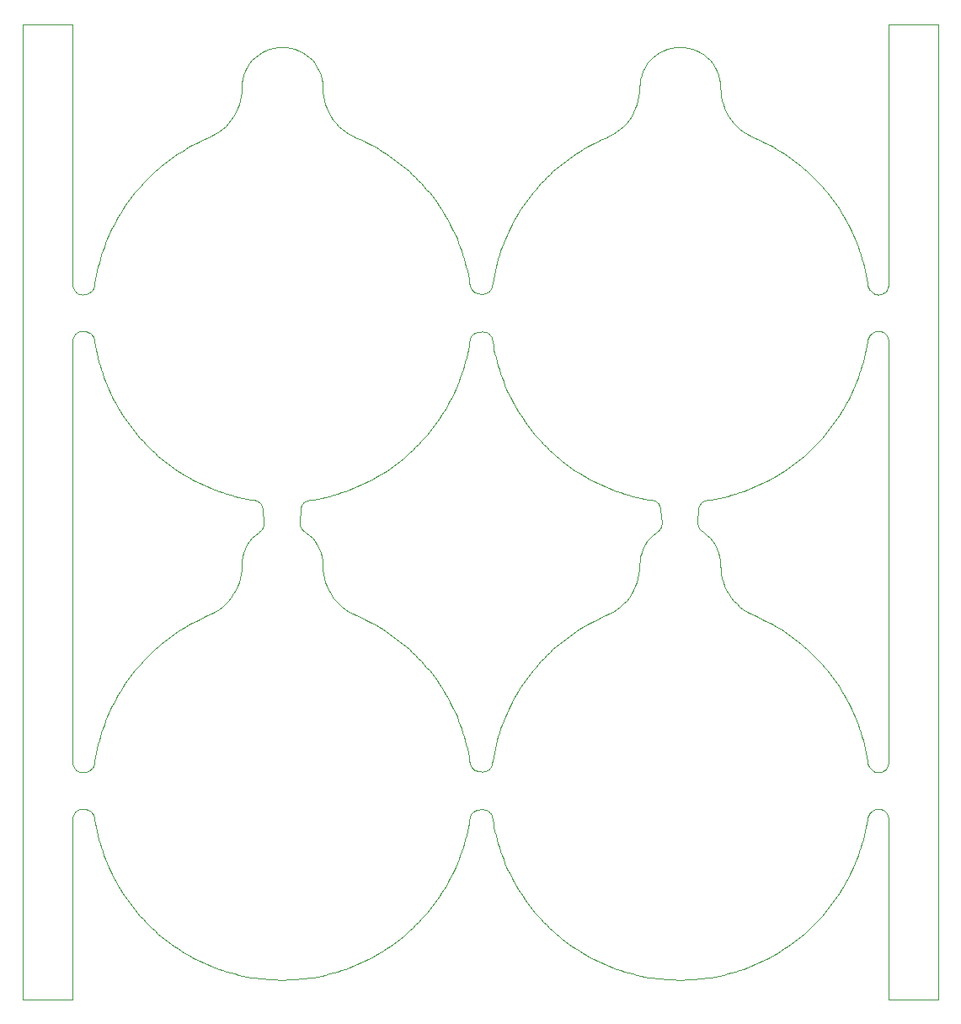
<source format=gko>
%MOIN*%
%OFA0B0*%
%FSLAX44Y44*%
%IPPOS*%
%LPD*%
%ADD10C,0*%
D10*
X00034645Y00009774D02*
X00034645Y00009774D01*
X00034642Y00009727D01*
X00034634Y00009680D01*
X00034619Y00009634D01*
X00034599Y00009590D01*
X00034575Y00009549D01*
X00034545Y00009512D01*
X00034511Y00009478D01*
X00034473Y00009449D01*
X00034432Y00009424D01*
X00034388Y00009405D01*
X00034342Y00009391D01*
X00034295Y00009383D01*
X00034247Y00009381D01*
X00034199Y00009384D01*
X00034152Y00009393D01*
X00034107Y00009408D01*
X00034064Y00009429D01*
X00034023Y00009454D01*
X00033986Y00009484D01*
X00033952Y00009518D01*
X00033915Y00009562D01*
X00033908Y00009571D01*
X00033901Y00009580D01*
X00033894Y00009589D01*
X00033888Y00009598D01*
X00033882Y00009607D01*
X00033876Y00009616D01*
X00033870Y00009626D01*
X00033865Y00009636D01*
X00033860Y00009646D01*
X00033855Y00009656D01*
X00033851Y00009666D01*
X00033847Y00009676D01*
X00033843Y00009687D01*
X00033839Y00009697D01*
X00033836Y00009708D01*
X00033833Y00009718D01*
X00033830Y00009729D01*
X00033828Y00009740D01*
X00033826Y00009751D01*
X00033824Y00009762D01*
X00033813Y00009839D01*
X00033786Y00010002D01*
X00033755Y00010164D01*
X00033720Y00010325D01*
X00033683Y00010486D01*
X00033641Y00010646D01*
X00033596Y00010805D01*
X00033548Y00010962D01*
X00033496Y00011119D01*
X00033440Y00011274D01*
X00033382Y00011429D01*
X00033320Y00011581D01*
X00033254Y00011733D01*
X00033185Y00011883D01*
X00033113Y00012031D01*
X00033038Y00012178D01*
X00032960Y00012323D01*
X00032878Y00012467D01*
X00032793Y00012608D01*
X00032705Y00012748D01*
X00032614Y00012886D01*
X00032520Y00013021D01*
X00032424Y00013155D01*
X00032324Y00013286D01*
X00032221Y00013415D01*
X00032116Y00013542D01*
X00032007Y00013667D01*
X00031896Y00013789D01*
X00031783Y00013909D01*
X00031666Y00014026D01*
X00031548Y00014140D01*
X00031426Y00014252D01*
X00031303Y00014361D01*
X00031177Y00014468D01*
X00031048Y00014572D01*
X00030918Y00014672D01*
X00030785Y00014770D01*
X00030650Y00014865D01*
X00030513Y00014957D01*
X00030374Y00015046D01*
X00030233Y00015132D01*
X00030090Y00015215D01*
X00029946Y00015294D01*
X00029800Y00015371D01*
X00029652Y00015444D01*
X00029502Y00015514D01*
X00029351Y00015581D01*
X00029351Y00015581D01*
X00029195Y00015650D01*
X00029045Y00015732D01*
X00028902Y00015826D01*
X00028767Y00015930D01*
X00028640Y00016045D01*
X00028524Y00016170D01*
X00028417Y00016303D01*
X00028321Y00016445D01*
X00028237Y00016593D01*
X00028164Y00016748D01*
X00028105Y00016908D01*
X00028058Y00017073D01*
X00028024Y00017240D01*
X00028004Y00017410D01*
X00027997Y00017581D01*
X00027988Y00017748D01*
X00027962Y00017913D01*
X00027919Y00018075D01*
X00027859Y00018231D01*
X00027783Y00018381D01*
X00027692Y00018521D01*
X00027586Y00018651D01*
X00027468Y00018770D01*
X00027338Y00018875D01*
X00027274Y00018916D01*
X00027257Y00018928D01*
X00027241Y00018940D01*
X00027225Y00018954D01*
X00027210Y00018968D01*
X00027196Y00018983D01*
X00027183Y00018998D01*
X00027170Y00019015D01*
X00027159Y00019032D01*
X00027148Y00019049D01*
X00027138Y00019067D01*
X00027129Y00019086D01*
X00027121Y00019105D01*
X00027114Y00019124D01*
X00027109Y00019144D01*
X00027104Y00019164D01*
X00027100Y00019184D01*
X00027097Y00019205D01*
X00027096Y00019225D01*
X00027095Y00019246D01*
X00027096Y00019267D01*
X00027122Y00019779D01*
X00027125Y00019806D01*
X00027129Y00019833D01*
X00027135Y00019860D01*
X00027143Y00019886D01*
X00027152Y00019911D01*
X00027164Y00019936D01*
X00027177Y00019960D01*
X00027192Y00019983D01*
X00027208Y00020005D01*
X00027226Y00020025D01*
X00027245Y00020045D01*
X00027266Y00020063D01*
X00027287Y00020079D01*
X00027310Y00020094D01*
X00027334Y00020108D01*
X00027359Y00020120D01*
X00027384Y00020130D01*
X00027410Y00020138D01*
X00027437Y00020144D01*
X00027464Y00020149D01*
X00027464Y00020149D01*
X00027466Y00020149D01*
X00027629Y00020174D01*
X00027792Y00020203D01*
X00027953Y00020236D01*
X00028114Y00020272D01*
X00028275Y00020311D01*
X00028434Y00020354D01*
X00028592Y00020401D01*
X00028749Y00020451D01*
X00028906Y00020504D01*
X00029060Y00020561D01*
X00029214Y00020621D01*
X00029366Y00020685D01*
X00029517Y00020752D01*
X00029666Y00020822D01*
X00029814Y00020895D01*
X00029960Y00020972D01*
X00030105Y00021052D01*
X00030247Y00021135D01*
X00030388Y00021221D01*
X00030527Y00021311D01*
X00030664Y00021403D01*
X00030798Y00021498D01*
X00030931Y00021596D01*
X00031061Y00021698D01*
X00031189Y00021801D01*
X00031315Y00021908D01*
X00031439Y00022018D01*
X00031560Y00022130D01*
X00031678Y00022245D01*
X00031794Y00022362D01*
X00031908Y00022482D01*
X00032018Y00022604D01*
X00032126Y00022729D01*
X00032231Y00022856D01*
X00032334Y00022986D01*
X00032433Y00023117D01*
X00032530Y00023251D01*
X00032624Y00023387D01*
X00032714Y00023525D01*
X00032802Y00023665D01*
X00032886Y00023806D01*
X00032968Y00023950D01*
X00033046Y00024095D01*
X00033121Y00024242D01*
X00033192Y00024391D01*
X00033261Y00024541D01*
X00033326Y00024693D01*
X00033388Y00024846D01*
X00033446Y00025000D01*
X00033501Y00025155D01*
X00033553Y00025312D01*
X00033601Y00025470D01*
X00033645Y00025629D01*
X00033686Y00025789D01*
X00033724Y00025949D01*
X00033758Y00026111D01*
X00033789Y00026273D01*
X00033815Y00026436D01*
X00033819Y00026460D01*
X00033821Y00026472D01*
X00033823Y00026485D01*
X00033826Y00026498D01*
X00033830Y00026511D01*
X00033833Y00026523D01*
X00033838Y00026536D01*
X00033842Y00026548D01*
X00033847Y00026560D01*
X00033853Y00026572D01*
X00033858Y00026584D01*
X00033864Y00026595D01*
X00033871Y00026607D01*
X00033878Y00026618D01*
X00033885Y00026629D01*
X00033893Y00026639D01*
X00033901Y00026650D01*
X00033909Y00026660D01*
X00033918Y00026669D01*
X00033927Y00026679D01*
X00033936Y00026688D01*
X00033979Y00026729D01*
X00034014Y00026759D01*
X00034052Y00026785D01*
X00034093Y00026805D01*
X00034136Y00026821D01*
X00034181Y00026832D01*
X00034226Y00026838D01*
X00034272Y00026838D01*
X00034318Y00026833D01*
X00034363Y00026823D01*
X00034406Y00026807D01*
X00034447Y00026787D01*
X00034486Y00026762D01*
X00034521Y00026732D01*
X00034552Y00026699D01*
X00034580Y00026662D01*
X00034603Y00026622D01*
X00034621Y00026580D01*
X00034634Y00026536D01*
X00034642Y00026491D01*
X00034645Y00026445D01*
X00034645Y00009774D01*
X00018071Y00026460D02*
X00018071Y00026460D01*
X00018075Y00026485D01*
X00018081Y00026510D01*
X00018089Y00026534D01*
X00018098Y00026558D01*
X00018109Y00026581D01*
X00018122Y00026604D01*
X00018135Y00026626D01*
X00018150Y00026646D01*
X00018167Y00026666D01*
X00018185Y00026685D01*
X00018203Y00026702D01*
X00018223Y00026718D01*
X00018244Y00026733D01*
X00018266Y00026746D01*
X00018289Y00026758D01*
X00018313Y00026769D01*
X00018337Y00026778D01*
X00018361Y00026785D01*
X00018386Y00026791D01*
X00018412Y00026795D01*
X00018535Y00026810D01*
X00018565Y00026813D01*
X00018596Y00026813D01*
X00018626Y00026811D01*
X00018656Y00026806D01*
X00018686Y00026799D01*
X00018715Y00026790D01*
X00018744Y00026779D01*
X00018771Y00026765D01*
X00018797Y00026750D01*
X00018822Y00026732D01*
X00018846Y00026713D01*
X00018868Y00026691D01*
X00018888Y00026669D01*
X00018907Y00026644D01*
X00018923Y00026618D01*
X00018938Y00026591D01*
X00018950Y00026563D01*
X00018960Y00026535D01*
X00018968Y00026505D01*
X00018973Y00026475D01*
X00018979Y00026436D01*
X00019006Y00026273D01*
X00019036Y00026111D01*
X00019070Y00025949D01*
X00019108Y00025789D01*
X00019149Y00025629D01*
X00019194Y00025470D01*
X00019242Y00025312D01*
X00019293Y00025156D01*
X00019348Y00025000D01*
X00019406Y00024846D01*
X00019468Y00024693D01*
X00019533Y00024541D01*
X00019602Y00024391D01*
X00019673Y00024242D01*
X00019748Y00024095D01*
X00019827Y00023950D01*
X00019908Y00023806D01*
X00019992Y00023665D01*
X00020080Y00023525D01*
X00020171Y00023387D01*
X00020264Y00023251D01*
X00020361Y00023117D01*
X00020460Y00022986D01*
X00020563Y00022856D01*
X00020668Y00022729D01*
X00020776Y00022604D01*
X00020887Y00022482D01*
X00021000Y00022362D01*
X00021116Y00022245D01*
X00021235Y00022130D01*
X00021356Y00022018D01*
X00021479Y00021908D01*
X00021605Y00021801D01*
X00021733Y00021698D01*
X00021863Y00021596D01*
X00021996Y00021498D01*
X00022131Y00021403D01*
X00022268Y00021311D01*
X00022406Y00021221D01*
X00022547Y00021135D01*
X00022690Y00021052D01*
X00022834Y00020972D01*
X00022980Y00020895D01*
X00023128Y00020822D01*
X00023277Y00020752D01*
X00023428Y00020685D01*
X00023580Y00020621D01*
X00023734Y00020561D01*
X00023889Y00020504D01*
X00024045Y00020451D01*
X00024202Y00020401D01*
X00024360Y00020354D01*
X00024520Y00020311D01*
X00024680Y00020272D01*
X00024841Y00020236D01*
X00025003Y00020203D01*
X00025165Y00020174D01*
X00025294Y00020154D01*
X00025320Y00020149D01*
X00025345Y00020143D01*
X00025370Y00020135D01*
X00025394Y00020125D01*
X00025417Y00020113D01*
X00025440Y00020100D01*
X00025462Y00020086D01*
X00025483Y00020070D01*
X00025502Y00020053D01*
X00025521Y00020034D01*
X00025538Y00020015D01*
X00025554Y00019994D01*
X00025569Y00019972D01*
X00025582Y00019949D01*
X00025593Y00019926D01*
X00025603Y00019901D01*
X00025611Y00019877D01*
X00025618Y00019851D01*
X00025623Y00019826D01*
X00025626Y00019800D01*
X00025673Y00019264D01*
X00025674Y00019243D01*
X00025674Y00019222D01*
X00025673Y00019200D01*
X00025671Y00019179D01*
X00025667Y00019158D01*
X00025663Y00019137D01*
X00025657Y00019117D01*
X00025651Y00019097D01*
X00025643Y00019077D01*
X00025634Y00019057D01*
X00025624Y00019038D01*
X00025614Y00019020D01*
X00025602Y00019002D01*
X00025589Y00018985D01*
X00025575Y00018969D01*
X00025561Y00018954D01*
X00025545Y00018939D01*
X00025529Y00018925D01*
X00025512Y00018912D01*
X00025495Y00018900D01*
X00025457Y00018875D01*
X00025327Y00018770D01*
X00025208Y00018651D01*
X00025103Y00018521D01*
X00025011Y00018381D01*
X00024935Y00018231D01*
X00024875Y00018075D01*
X00024832Y00017913D01*
X00024806Y00017748D01*
X00024797Y00017581D01*
X00024790Y00017410D01*
X00024770Y00017240D01*
X00024736Y00017073D01*
X00024690Y00016908D01*
X00024630Y00016748D01*
X00024558Y00016593D01*
X00024473Y00016445D01*
X00024377Y00016303D01*
X00024271Y00016170D01*
X00024154Y00016045D01*
X00024027Y00015930D01*
X00023892Y00015826D01*
X00023749Y00015732D01*
X00023599Y00015650D01*
X00023443Y00015581D01*
X00023292Y00015514D01*
X00023143Y00015444D01*
X00022995Y00015371D01*
X00022848Y00015295D01*
X00022704Y00015215D01*
X00022561Y00015132D01*
X00022420Y00015046D01*
X00022281Y00014957D01*
X00022144Y00014865D01*
X00022009Y00014770D01*
X00021877Y00014672D01*
X00021746Y00014572D01*
X00021618Y00014468D01*
X00021492Y00014361D01*
X00021368Y00014252D01*
X00021247Y00014140D01*
X00021128Y00014026D01*
X00021012Y00013909D01*
X00020898Y00013789D01*
X00020787Y00013667D01*
X00020679Y00013542D01*
X00020573Y00013415D01*
X00020471Y00013286D01*
X00020371Y00013155D01*
X00020274Y00013021D01*
X00020180Y00012886D01*
X00020089Y00012748D01*
X00020001Y00012608D01*
X00019916Y00012467D01*
X00019835Y00012323D01*
X00019756Y00012178D01*
X00019681Y00012031D01*
X00019609Y00011883D01*
X00019540Y00011733D01*
X00019475Y00011581D01*
X00019413Y00011429D01*
X00019354Y00011274D01*
X00019298Y00011119D01*
X00019247Y00010962D01*
X00019198Y00010805D01*
X00019153Y00010646D01*
X00019112Y00010486D01*
X00019074Y00010326D01*
X00019039Y00010164D01*
X00019009Y00010002D01*
X00018981Y00009839D01*
X00018968Y00009747D01*
X00018962Y00009717D01*
X00018954Y00009687D01*
X00018944Y00009658D01*
X00018932Y00009630D01*
X00018917Y00009603D01*
X00018901Y00009577D01*
X00018882Y00009553D01*
X00018861Y00009530D01*
X00018839Y00009509D01*
X00018815Y00009489D01*
X00018790Y00009472D01*
X00018764Y00009456D01*
X00018736Y00009443D01*
X00018707Y00009431D01*
X00018678Y00009422D01*
X00018648Y00009416D01*
X00018618Y00009412D01*
X00018587Y00009410D01*
X00018556Y00009410D01*
X00018526Y00009413D01*
X00018413Y00009428D01*
X00018388Y00009433D01*
X00018363Y00009438D01*
X00018339Y00009446D01*
X00018315Y00009455D01*
X00018292Y00009465D01*
X00018270Y00009477D01*
X00018248Y00009491D01*
X00018227Y00009505D01*
X00018207Y00009521D01*
X00018189Y00009539D01*
X00018171Y00009557D01*
X00018155Y00009577D01*
X00018140Y00009597D01*
X00018126Y00009619D01*
X00018114Y00009641D01*
X00018104Y00009664D01*
X00018094Y00009688D01*
X00018087Y00009712D01*
X00018081Y00009737D01*
X00018076Y00009762D01*
X00018065Y00009839D01*
X00018038Y00010002D01*
X00018007Y00010164D01*
X00017972Y00010325D01*
X00017934Y00010486D01*
X00017893Y00010646D01*
X00017848Y00010805D01*
X00017800Y00010962D01*
X00017748Y00011119D01*
X00017692Y00011274D01*
X00017634Y00011429D01*
X00017572Y00011581D01*
X00017506Y00011733D01*
X00017437Y00011883D01*
X00017365Y00012031D01*
X00017290Y00012178D01*
X00017212Y00012323D01*
X00017130Y00012467D01*
X00017045Y00012608D01*
X00016957Y00012748D01*
X00016866Y00012886D01*
X00016772Y00013021D01*
X00016675Y00013155D01*
X00016576Y00013286D01*
X00016473Y00013415D01*
X00016368Y00013542D01*
X00016259Y00013667D01*
X00016148Y00013789D01*
X00016035Y00013909D01*
X00015918Y00014026D01*
X00015800Y00014140D01*
X00015678Y00014252D01*
X00015555Y00014361D01*
X00015429Y00014468D01*
X00015300Y00014572D01*
X00015170Y00014672D01*
X00015037Y00014770D01*
X00014902Y00014865D01*
X00014765Y00014957D01*
X00014626Y00015046D01*
X00014485Y00015132D01*
X00014342Y00015215D01*
X00014198Y00015294D01*
X00014052Y00015371D01*
X00013904Y00015444D01*
X00013754Y00015514D01*
X00013603Y00015581D01*
X00013603Y00015581D01*
X00013447Y00015650D01*
X00013297Y00015732D01*
X00013154Y00015826D01*
X00013019Y00015930D01*
X00012892Y00016045D01*
X00012775Y00016170D01*
X00012669Y00016303D01*
X00012573Y00016445D01*
X00012489Y00016593D01*
X00012416Y00016748D01*
X00012357Y00016908D01*
X00012310Y00017073D01*
X00012276Y00017240D01*
X00012256Y00017410D01*
X00012249Y00017581D01*
X00012240Y00017748D01*
X00012214Y00017913D01*
X00012171Y00018075D01*
X00012111Y00018231D01*
X00012035Y00018381D01*
X00011944Y00018521D01*
X00011838Y00018651D01*
X00011720Y00018770D01*
X00011590Y00018875D01*
X00011526Y00018916D01*
X00011509Y00018928D01*
X00011493Y00018940D01*
X00011477Y00018954D01*
X00011462Y00018968D01*
X00011448Y00018983D01*
X00011435Y00018998D01*
X00011422Y00019015D01*
X00011411Y00019032D01*
X00011400Y00019049D01*
X00011390Y00019067D01*
X00011381Y00019086D01*
X00011373Y00019105D01*
X00011366Y00019124D01*
X00011361Y00019144D01*
X00011356Y00019164D01*
X00011352Y00019184D01*
X00011349Y00019205D01*
X00011348Y00019225D01*
X00011347Y00019246D01*
X00011348Y00019267D01*
X00011374Y00019779D01*
X00011376Y00019806D01*
X00011381Y00019833D01*
X00011387Y00019860D01*
X00011395Y00019886D01*
X00011404Y00019911D01*
X00011416Y00019936D01*
X00011429Y00019960D01*
X00011444Y00019983D01*
X00011460Y00020005D01*
X00011478Y00020025D01*
X00011497Y00020045D01*
X00011518Y00020063D01*
X00011539Y00020079D01*
X00011562Y00020094D01*
X00011586Y00020108D01*
X00011611Y00020120D01*
X00011636Y00020130D01*
X00011662Y00020138D01*
X00011689Y00020144D01*
X00011716Y00020149D01*
X00011718Y00020149D01*
X00011881Y00020174D01*
X00012044Y00020203D01*
X00012205Y00020236D01*
X00012366Y00020272D01*
X00012527Y00020311D01*
X00012686Y00020354D01*
X00012844Y00020401D01*
X00013001Y00020451D01*
X00013158Y00020504D01*
X00013312Y00020561D01*
X00013466Y00020621D01*
X00013618Y00020685D01*
X00013769Y00020752D01*
X00013918Y00020822D01*
X00014066Y00020895D01*
X00014212Y00020972D01*
X00014357Y00021052D01*
X00014499Y00021135D01*
X00014640Y00021221D01*
X00014779Y00021311D01*
X00014915Y00021403D01*
X00015050Y00021498D01*
X00015183Y00021596D01*
X00015313Y00021698D01*
X00015441Y00021801D01*
X00015567Y00021908D01*
X00015691Y00022018D01*
X00015812Y00022130D01*
X00015930Y00022245D01*
X00016046Y00022362D01*
X00016159Y00022482D01*
X00016270Y00022604D01*
X00016378Y00022729D01*
X00016483Y00022856D01*
X00016586Y00022986D01*
X00016685Y00023117D01*
X00016782Y00023251D01*
X00016876Y00023387D01*
X00016966Y00023525D01*
X00017054Y00023665D01*
X00017138Y00023806D01*
X00017220Y00023950D01*
X00017298Y00024095D01*
X00017373Y00024242D01*
X00017444Y00024391D01*
X00017513Y00024541D01*
X00017578Y00024693D01*
X00017640Y00024846D01*
X00017698Y00025000D01*
X00017753Y00025155D01*
X00017805Y00025312D01*
X00017853Y00025470D01*
X00017897Y00025629D01*
X00017938Y00025789D01*
X00017976Y00025949D01*
X00018010Y00026111D01*
X00018041Y00026273D01*
X00018067Y00026436D01*
X00018071Y00026460D01*
X00018968Y00028644D02*
X00018968Y00028644D01*
X00018962Y00028614D01*
X00018954Y00028585D01*
X00018944Y00028556D01*
X00018932Y00028528D01*
X00018917Y00028501D01*
X00018901Y00028475D01*
X00018882Y00028450D01*
X00018861Y00028427D01*
X00018839Y00028406D01*
X00018815Y00028387D01*
X00018790Y00028369D01*
X00018764Y00028354D01*
X00018736Y00028340D01*
X00018707Y00028329D01*
X00018678Y00028320D01*
X00018648Y00028314D01*
X00018618Y00028309D01*
X00018587Y00028307D01*
X00018556Y00028308D01*
X00018526Y00028311D01*
X00018413Y00028326D01*
X00018388Y00028330D01*
X00018363Y00028336D01*
X00018339Y00028343D01*
X00018315Y00028352D01*
X00018292Y00028363D01*
X00018270Y00028375D01*
X00018248Y00028388D01*
X00018227Y00028403D01*
X00018207Y00028419D01*
X00018189Y00028436D01*
X00018171Y00028455D01*
X00018155Y00028474D01*
X00018140Y00028495D01*
X00018126Y00028516D01*
X00018114Y00028539D01*
X00018104Y00028562D01*
X00018094Y00028586D01*
X00018087Y00028610D01*
X00018081Y00028635D01*
X00018076Y00028660D01*
X00018065Y00028737D01*
X00018038Y00028900D01*
X00018007Y00029062D01*
X00017972Y00029223D01*
X00017934Y00029384D01*
X00017893Y00029543D01*
X00017848Y00029702D01*
X00017800Y00029860D01*
X00017748Y00030017D01*
X00017692Y00030172D01*
X00017634Y00030326D01*
X00017572Y00030479D01*
X00017506Y00030631D01*
X00017437Y00030781D01*
X00017365Y00030929D01*
X00017290Y00031076D01*
X00017212Y00031221D01*
X00017130Y00031364D01*
X00017045Y00031506D01*
X00016957Y00031646D01*
X00016866Y00031783D01*
X00016772Y00031919D01*
X00016675Y00032053D01*
X00016576Y00032184D01*
X00016473Y00032313D01*
X00016368Y00032440D01*
X00016259Y00032564D01*
X00016148Y00032687D01*
X00016035Y00032806D01*
X00015918Y00032923D01*
X00015800Y00033038D01*
X00015678Y00033150D01*
X00015555Y00033259D01*
X00015429Y00033366D01*
X00015300Y00033469D01*
X00015170Y00033570D01*
X00015037Y00033668D01*
X00014902Y00033763D01*
X00014765Y00033855D01*
X00014626Y00033944D01*
X00014485Y00034030D01*
X00014342Y00034113D01*
X00014198Y00034192D01*
X00014052Y00034269D01*
X00013904Y00034342D01*
X00013754Y00034412D01*
X00013603Y00034478D01*
X00013603Y00034478D01*
X00013447Y00034548D01*
X00013297Y00034630D01*
X00013154Y00034723D01*
X00013019Y00034828D01*
X00012892Y00034943D01*
X00012775Y00035067D01*
X00012669Y00035201D01*
X00012573Y00035342D01*
X00012489Y00035491D01*
X00012416Y00035646D01*
X00012357Y00035806D01*
X00012310Y00035970D01*
X00012276Y00036138D01*
X00012256Y00036307D01*
X00012249Y00036478D01*
X00012240Y00036645D01*
X00012214Y00036811D01*
X00012171Y00036973D01*
X00012111Y00037129D01*
X00012035Y00037278D01*
X00011944Y00037419D01*
X00011838Y00037549D01*
X00011720Y00037667D01*
X00011590Y00037773D01*
X00011449Y00037864D01*
X00011300Y00037940D01*
X00011144Y00038000D01*
X00010982Y00038043D01*
X00010816Y00038069D01*
X00010649Y00038078D01*
X00010482Y00038069D01*
X00010316Y00038043D01*
X00010155Y00038000D01*
X00009998Y00037940D01*
X00009849Y00037864D01*
X00009709Y00037773D01*
X00009578Y00037667D01*
X00009460Y00037549D01*
X00009355Y00037419D01*
X00009263Y00037278D01*
X00009187Y00037129D01*
X00009127Y00036973D01*
X00009084Y00036811D01*
X00009058Y00036645D01*
X00009049Y00036478D01*
X00009042Y00036307D01*
X00009022Y00036138D01*
X00008988Y00035970D01*
X00008941Y00035806D01*
X00008882Y00035646D01*
X00008810Y00035491D01*
X00008725Y00035342D01*
X00008629Y00035201D01*
X00008523Y00035067D01*
X00008406Y00034943D01*
X00008279Y00034828D01*
X00008144Y00034723D01*
X00008001Y00034630D01*
X00007851Y00034548D01*
X00007695Y00034478D01*
X00007544Y00034412D01*
X00007395Y00034342D01*
X00007247Y00034269D01*
X00007100Y00034192D01*
X00006956Y00034113D01*
X00006813Y00034030D01*
X00006672Y00033944D01*
X00006533Y00033855D01*
X00006396Y00033763D01*
X00006261Y00033668D01*
X00006129Y00033570D01*
X00005998Y00033469D01*
X00005870Y00033366D01*
X00005744Y00033259D01*
X00005620Y00033150D01*
X00005499Y00033038D01*
X00005380Y00032923D01*
X00005264Y00032806D01*
X00005150Y00032687D01*
X00005039Y00032565D01*
X00004931Y00032440D01*
X00004825Y00032313D01*
X00004723Y00032184D01*
X00004623Y00032053D01*
X00004526Y00031919D01*
X00004432Y00031783D01*
X00004341Y00031646D01*
X00004253Y00031506D01*
X00004168Y00031364D01*
X00004087Y00031221D01*
X00004008Y00031076D01*
X00003933Y00030929D01*
X00003861Y00030781D01*
X00003792Y00030631D01*
X00003727Y00030479D01*
X00003664Y00030326D01*
X00003606Y00030172D01*
X00003550Y00030017D01*
X00003499Y00029860D01*
X00003450Y00029702D01*
X00003405Y00029543D01*
X00003364Y00029384D01*
X00003326Y00029223D01*
X00003291Y00029062D01*
X00003261Y00028900D01*
X00003233Y00028737D01*
X00003220Y00028644D01*
X00003216Y00028624D01*
X00003212Y00028604D01*
X00003206Y00028584D01*
X00003199Y00028564D01*
X00003192Y00028545D01*
X00003183Y00028526D01*
X00003173Y00028507D01*
X00003162Y00028489D01*
X00003151Y00028472D01*
X00003138Y00028455D01*
X00003125Y00028440D01*
X00003110Y00028424D01*
X00003095Y00028410D01*
X00003080Y00028396D01*
X00003063Y00028383D01*
X00003046Y00028372D01*
X00003028Y00028361D01*
X00003010Y00028351D01*
X00002991Y00028342D01*
X00002972Y00028334D01*
X00002897Y00028305D01*
X00002861Y00028293D01*
X00002824Y00028284D01*
X00002786Y00028280D01*
X00002748Y00028278D01*
X00002710Y00028281D01*
X00002672Y00028287D01*
X00002635Y00028297D01*
X00002599Y00028311D01*
X00002565Y00028327D01*
X00002533Y00028347D01*
X00002502Y00028371D01*
X00002474Y00028396D01*
X00002449Y00028425D01*
X00002426Y00028456D01*
X00002407Y00028489D01*
X00002391Y00028523D01*
X00002378Y00028559D01*
X00002369Y00028596D01*
X00002364Y00028634D01*
X00002362Y00028672D01*
X00002362Y00038976D01*
X00000393Y00038976D01*
X00000393Y00000393D01*
X00002362Y00000393D01*
X00002362Y00007547D01*
X00002363Y00007584D01*
X00002369Y00007621D01*
X00002377Y00007657D01*
X00002389Y00007692D01*
X00002404Y00007726D01*
X00002423Y00007758D01*
X00002444Y00007788D01*
X00002468Y00007817D01*
X00002495Y00007842D01*
X00002523Y00007866D01*
X00002554Y00007886D01*
X00002587Y00007903D01*
X00002621Y00007918D01*
X00002657Y00007928D01*
X00002693Y00007936D01*
X00002730Y00007940D01*
X00002767Y00007941D01*
X00002804Y00007938D01*
X00002840Y00007932D01*
X00002876Y00007922D01*
X00002956Y00007896D01*
X00002977Y00007889D01*
X00002997Y00007881D01*
X00003017Y00007871D01*
X00003036Y00007860D01*
X00003055Y00007849D01*
X00003073Y00007836D01*
X00003090Y00007822D01*
X00003106Y00007807D01*
X00003122Y00007792D01*
X00003136Y00007776D01*
X00003150Y00007758D01*
X00003163Y00007740D01*
X00003175Y00007722D01*
X00003185Y00007702D01*
X00003195Y00007683D01*
X00003203Y00007662D01*
X00003210Y00007642D01*
X00003217Y00007620D01*
X00003221Y00007599D01*
X00003225Y00007577D01*
X00003231Y00007538D01*
X00003258Y00007375D01*
X00003288Y00007213D01*
X00003322Y00007052D01*
X00003360Y00006891D01*
X00003401Y00006731D01*
X00003445Y00006572D01*
X00003494Y00006415D01*
X00003545Y00006258D01*
X00003600Y00006102D01*
X00003658Y00005948D01*
X00003720Y00005795D01*
X00003785Y00005643D01*
X00003854Y00005493D01*
X00003925Y00005345D01*
X00004000Y00005198D01*
X00004079Y00005052D01*
X00004160Y00004909D01*
X00004244Y00004767D01*
X00004332Y00004627D01*
X00004423Y00004489D01*
X00004516Y00004353D01*
X00004613Y00004220D01*
X00004712Y00004088D01*
X00004815Y00003959D01*
X00004920Y00003831D01*
X00005028Y00003707D01*
X00005139Y00003584D01*
X00005252Y00003464D01*
X00005368Y00003347D01*
X00005487Y00003232D01*
X00005608Y00003120D01*
X00005731Y00003011D01*
X00005857Y00002904D01*
X00005985Y00002800D01*
X00006115Y00002699D01*
X00006248Y00002601D01*
X00006383Y00002505D01*
X00006520Y00002413D01*
X00006658Y00002324D01*
X00006799Y00002238D01*
X00006942Y00002154D01*
X00007086Y00002075D01*
X00007232Y00001998D01*
X00007380Y00001924D01*
X00007529Y00001854D01*
X00007680Y00001787D01*
X00007832Y00001724D01*
X00007986Y00001663D01*
X00008141Y00001606D01*
X00008297Y00001553D01*
X00008454Y00001503D01*
X00008612Y00001456D01*
X00008772Y00001413D01*
X00008932Y00001374D01*
X00009093Y00001338D01*
X00009255Y00001306D01*
X00009417Y00001277D01*
X00009580Y00001251D01*
X00009744Y00001230D01*
X00009908Y00001212D01*
X00010072Y00001197D01*
X00010237Y00001186D01*
X00010402Y00001179D01*
X00010567Y00001175D01*
X00010732Y00001175D01*
X00010897Y00001179D01*
X00011061Y00001186D01*
X00011226Y00001197D01*
X00011390Y00001212D01*
X00011554Y00001230D01*
X00011718Y00001251D01*
X00011881Y00001277D01*
X00012044Y00001306D01*
X00012205Y00001338D01*
X00012366Y00001374D01*
X00012527Y00001413D01*
X00012686Y00001456D01*
X00012844Y00001503D01*
X00013001Y00001553D01*
X00013158Y00001606D01*
X00013312Y00001663D01*
X00013466Y00001724D01*
X00013618Y00001787D01*
X00013769Y00001854D01*
X00013918Y00001924D01*
X00014066Y00001998D01*
X00014212Y00002075D01*
X00014357Y00002154D01*
X00014499Y00002238D01*
X00014640Y00002324D01*
X00014779Y00002413D01*
X00014915Y00002505D01*
X00015050Y00002601D01*
X00015183Y00002699D01*
X00015313Y00002800D01*
X00015441Y00002904D01*
X00015567Y00003011D01*
X00015691Y00003120D01*
X00015812Y00003232D01*
X00015930Y00003347D01*
X00016046Y00003464D01*
X00016159Y00003584D01*
X00016270Y00003707D01*
X00016378Y00003831D01*
X00016483Y00003959D01*
X00016586Y00004088D01*
X00016685Y00004220D01*
X00016782Y00004353D01*
X00016876Y00004489D01*
X00016966Y00004627D01*
X00017054Y00004767D01*
X00017138Y00004909D01*
X00017220Y00005052D01*
X00017298Y00005198D01*
X00017373Y00005345D01*
X00017444Y00005493D01*
X00017513Y00005643D01*
X00017578Y00005795D01*
X00017640Y00005948D01*
X00017698Y00006102D01*
X00017753Y00006258D01*
X00017805Y00006415D01*
X00017853Y00006572D01*
X00017897Y00006731D01*
X00017938Y00006891D01*
X00017976Y00007052D01*
X00018010Y00007213D01*
X00018041Y00007375D01*
X00018067Y00007538D01*
X00018071Y00007562D01*
X00018075Y00007587D01*
X00018081Y00007612D01*
X00018089Y00007637D01*
X00018098Y00007661D01*
X00018109Y00007684D01*
X00018122Y00007706D01*
X00018135Y00007728D01*
X00018150Y00007749D01*
X00018167Y00007768D01*
X00018185Y00007787D01*
X00018203Y00007804D01*
X00018223Y00007821D01*
X00018244Y00007835D01*
X00018266Y00007849D01*
X00018289Y00007861D01*
X00018313Y00007871D01*
X00018337Y00007880D01*
X00018361Y00007887D01*
X00018386Y00007893D01*
X00018412Y00007897D01*
X00018535Y00007912D01*
X00018565Y00007915D01*
X00018596Y00007915D01*
X00018626Y00007913D01*
X00018656Y00007909D01*
X00018686Y00007902D01*
X00018715Y00007893D01*
X00018744Y00007881D01*
X00018771Y00007868D01*
X00018797Y00007852D01*
X00018822Y00007835D01*
X00018846Y00007815D01*
X00018868Y00007794D01*
X00018888Y00007771D01*
X00018907Y00007746D01*
X00018923Y00007721D01*
X00018938Y00007694D01*
X00018950Y00007666D01*
X00018960Y00007637D01*
X00018968Y00007607D01*
X00018973Y00007577D01*
X00018979Y00007538D01*
X00019006Y00007375D01*
X00019036Y00007213D01*
X00019070Y00007052D01*
X00019108Y00006891D01*
X00019149Y00006731D01*
X00019194Y00006572D01*
X00019242Y00006415D01*
X00019293Y00006258D01*
X00019348Y00006102D01*
X00019406Y00005948D01*
X00019468Y00005795D01*
X00019533Y00005643D01*
X00019602Y00005493D01*
X00019673Y00005345D01*
X00019748Y00005198D01*
X00019827Y00005052D01*
X00019908Y00004909D01*
X00019992Y00004767D01*
X00020080Y00004627D01*
X00020171Y00004489D01*
X00020264Y00004353D01*
X00020361Y00004220D01*
X00020460Y00004088D01*
X00020563Y00003959D01*
X00020668Y00003831D01*
X00020776Y00003707D01*
X00020887Y00003584D01*
X00021000Y00003464D01*
X00021116Y00003347D01*
X00021235Y00003232D01*
X00021356Y00003120D01*
X00021479Y00003011D01*
X00021605Y00002904D01*
X00021733Y00002800D01*
X00021863Y00002699D01*
X00021996Y00002601D01*
X00022131Y00002505D01*
X00022268Y00002413D01*
X00022406Y00002324D01*
X00022547Y00002238D01*
X00022690Y00002154D01*
X00022834Y00002075D01*
X00022980Y00001998D01*
X00023128Y00001924D01*
X00023277Y00001854D01*
X00023428Y00001787D01*
X00023580Y00001724D01*
X00023734Y00001663D01*
X00023889Y00001606D01*
X00024045Y00001553D01*
X00024202Y00001503D01*
X00024360Y00001456D01*
X00024520Y00001413D01*
X00024680Y00001374D01*
X00024841Y00001338D01*
X00025003Y00001306D01*
X00025165Y00001277D01*
X00025328Y00001251D01*
X00025492Y00001230D01*
X00025656Y00001212D01*
X00025820Y00001197D01*
X00025985Y00001186D01*
X00026150Y00001179D01*
X00026315Y00001175D01*
X00026480Y00001175D01*
X00026645Y00001179D01*
X00026809Y00001186D01*
X00026974Y00001197D01*
X00027138Y00001212D01*
X00027302Y00001230D01*
X00027466Y00001251D01*
X00027629Y00001277D01*
X00027792Y00001306D01*
X00027953Y00001338D01*
X00028114Y00001374D01*
X00028275Y00001413D01*
X00028434Y00001456D01*
X00028592Y00001503D01*
X00028749Y00001553D01*
X00028906Y00001606D01*
X00029060Y00001663D01*
X00029214Y00001724D01*
X00029366Y00001787D01*
X00029517Y00001854D01*
X00029666Y00001924D01*
X00029814Y00001998D01*
X00029960Y00002075D01*
X00030105Y00002154D01*
X00030247Y00002238D01*
X00030388Y00002324D01*
X00030527Y00002413D01*
X00030664Y00002505D01*
X00030798Y00002601D01*
X00030931Y00002699D01*
X00031061Y00002800D01*
X00031189Y00002904D01*
X00031315Y00003011D01*
X00031439Y00003120D01*
X00031560Y00003232D01*
X00031678Y00003347D01*
X00031794Y00003464D01*
X00031908Y00003584D01*
X00032018Y00003707D01*
X00032126Y00003831D01*
X00032231Y00003959D01*
X00032334Y00004088D01*
X00032433Y00004220D01*
X00032530Y00004353D01*
X00032624Y00004489D01*
X00032714Y00004627D01*
X00032802Y00004767D01*
X00032886Y00004909D01*
X00032968Y00005052D01*
X00033046Y00005198D01*
X00033121Y00005345D01*
X00033192Y00005493D01*
X00033261Y00005643D01*
X00033326Y00005795D01*
X00033388Y00005948D01*
X00033446Y00006102D01*
X00033501Y00006258D01*
X00033553Y00006415D01*
X00033601Y00006572D01*
X00033645Y00006731D01*
X00033686Y00006891D01*
X00033724Y00007052D01*
X00033758Y00007213D01*
X00033789Y00007375D01*
X00033815Y00007538D01*
X00033819Y00007562D01*
X00033821Y00007575D01*
X00033823Y00007588D01*
X00033826Y00007600D01*
X00033830Y00007613D01*
X00033833Y00007626D01*
X00033838Y00007638D01*
X00033842Y00007650D01*
X00033847Y00007662D01*
X00033853Y00007674D01*
X00033858Y00007686D01*
X00033864Y00007698D01*
X00033871Y00007709D01*
X00033878Y00007720D01*
X00033885Y00007731D01*
X00033893Y00007742D01*
X00033901Y00007752D01*
X00033909Y00007762D01*
X00033918Y00007772D01*
X00033927Y00007781D01*
X00033936Y00007790D01*
X00033979Y00007832D01*
X00034014Y00007861D01*
X00034052Y00007887D01*
X00034093Y00007908D01*
X00034136Y00007924D01*
X00034181Y00007935D01*
X00034226Y00007940D01*
X00034272Y00007941D01*
X00034318Y00007935D01*
X00034363Y00007925D01*
X00034406Y00007909D01*
X00034447Y00007889D01*
X00034486Y00007864D01*
X00034521Y00007834D01*
X00034552Y00007801D01*
X00034580Y00007764D01*
X00034603Y00007725D01*
X00034621Y00007682D01*
X00034634Y00007638D01*
X00034642Y00007593D01*
X00034645Y00007547D01*
X00034645Y00000393D01*
X00036614Y00000393D01*
X00036614Y00038976D01*
X00034645Y00038976D01*
X00034645Y00028672D01*
X00034642Y00028624D01*
X00034634Y00028577D01*
X00034619Y00028532D01*
X00034599Y00028488D01*
X00034575Y00028447D01*
X00034545Y00028410D01*
X00034511Y00028376D01*
X00034473Y00028347D01*
X00034432Y00028322D01*
X00034388Y00028303D01*
X00034342Y00028289D01*
X00034295Y00028281D01*
X00034247Y00028278D01*
X00034199Y00028282D01*
X00034152Y00028291D01*
X00034107Y00028306D01*
X00034064Y00028326D01*
X00034023Y00028352D01*
X00033986Y00028382D01*
X00033952Y00028416D01*
X00033915Y00028460D01*
X00033908Y00028469D01*
X00033901Y00028477D01*
X00033894Y00028486D01*
X00033888Y00028495D01*
X00033882Y00028505D01*
X00033876Y00028514D01*
X00033870Y00028524D01*
X00033865Y00028533D01*
X00033860Y00028543D01*
X00033855Y00028553D01*
X00033851Y00028564D01*
X00033847Y00028574D01*
X00033843Y00028584D01*
X00033839Y00028595D01*
X00033836Y00028605D01*
X00033833Y00028616D01*
X00033830Y00028627D01*
X00033828Y00028638D01*
X00033826Y00028649D01*
X00033824Y00028660D01*
X00033813Y00028737D01*
X00033786Y00028900D01*
X00033755Y00029062D01*
X00033720Y00029223D01*
X00033683Y00029384D01*
X00033641Y00029543D01*
X00033596Y00029702D01*
X00033548Y00029860D01*
X00033496Y00030017D01*
X00033440Y00030172D01*
X00033382Y00030326D01*
X00033320Y00030479D01*
X00033254Y00030631D01*
X00033185Y00030781D01*
X00033113Y00030929D01*
X00033038Y00031076D01*
X00032960Y00031221D01*
X00032878Y00031364D01*
X00032793Y00031506D01*
X00032705Y00031646D01*
X00032614Y00031783D01*
X00032520Y00031919D01*
X00032424Y00032053D01*
X00032324Y00032184D01*
X00032221Y00032313D01*
X00032116Y00032440D01*
X00032007Y00032564D01*
X00031896Y00032687D01*
X00031783Y00032806D01*
X00031666Y00032923D01*
X00031548Y00033038D01*
X00031426Y00033150D01*
X00031303Y00033259D01*
X00031177Y00033366D01*
X00031048Y00033469D01*
X00030918Y00033570D01*
X00030785Y00033668D01*
X00030650Y00033763D01*
X00030513Y00033855D01*
X00030374Y00033944D01*
X00030233Y00034030D01*
X00030090Y00034113D01*
X00029946Y00034192D01*
X00029800Y00034269D01*
X00029652Y00034342D01*
X00029502Y00034412D01*
X00029351Y00034478D01*
X00029351Y00034478D01*
X00029195Y00034548D01*
X00029045Y00034630D01*
X00028902Y00034723D01*
X00028767Y00034828D01*
X00028640Y00034943D01*
X00028524Y00035067D01*
X00028417Y00035201D01*
X00028321Y00035342D01*
X00028237Y00035491D01*
X00028164Y00035646D01*
X00028105Y00035806D01*
X00028058Y00035970D01*
X00028024Y00036138D01*
X00028004Y00036307D01*
X00027997Y00036478D01*
X00027988Y00036645D01*
X00027962Y00036811D01*
X00027919Y00036973D01*
X00027859Y00037129D01*
X00027783Y00037278D01*
X00027692Y00037419D01*
X00027586Y00037549D01*
X00027468Y00037667D01*
X00027338Y00037773D01*
X00027197Y00037864D01*
X00027048Y00037940D01*
X00026892Y00038000D01*
X00026730Y00038043D01*
X00026564Y00038069D01*
X00026397Y00038078D01*
X00026230Y00038069D01*
X00026064Y00038043D01*
X00025903Y00038000D01*
X00025746Y00037940D01*
X00025597Y00037864D01*
X00025457Y00037773D01*
X00025327Y00037667D01*
X00025208Y00037549D01*
X00025103Y00037419D01*
X00025011Y00037278D01*
X00024935Y00037129D01*
X00024875Y00036973D01*
X00024832Y00036811D01*
X00024806Y00036645D01*
X00024797Y00036478D01*
X00024790Y00036307D01*
X00024770Y00036138D01*
X00024736Y00035970D01*
X00024690Y00035806D01*
X00024630Y00035646D01*
X00024558Y00035491D01*
X00024473Y00035342D01*
X00024377Y00035201D01*
X00024271Y00035067D01*
X00024154Y00034943D01*
X00024027Y00034828D01*
X00023892Y00034723D01*
X00023749Y00034630D01*
X00023599Y00034548D01*
X00023443Y00034478D01*
X00023292Y00034412D01*
X00023143Y00034342D01*
X00022995Y00034269D01*
X00022848Y00034192D01*
X00022704Y00034113D01*
X00022561Y00034030D01*
X00022420Y00033944D01*
X00022281Y00033855D01*
X00022144Y00033763D01*
X00022009Y00033668D01*
X00021877Y00033570D01*
X00021746Y00033469D01*
X00021618Y00033366D01*
X00021492Y00033259D01*
X00021368Y00033150D01*
X00021247Y00033038D01*
X00021128Y00032923D01*
X00021012Y00032806D01*
X00020898Y00032687D01*
X00020787Y00032565D01*
X00020679Y00032440D01*
X00020573Y00032313D01*
X00020471Y00032184D01*
X00020371Y00032053D01*
X00020274Y00031919D01*
X00020180Y00031783D01*
X00020089Y00031646D01*
X00020001Y00031506D01*
X00019916Y00031364D01*
X00019835Y00031221D01*
X00019756Y00031076D01*
X00019681Y00030929D01*
X00019609Y00030781D01*
X00019540Y00030631D01*
X00019475Y00030479D01*
X00019413Y00030326D01*
X00019354Y00030172D01*
X00019298Y00030017D01*
X00019247Y00029860D01*
X00019198Y00029702D01*
X00019153Y00029543D01*
X00019112Y00029384D01*
X00019074Y00029223D01*
X00019039Y00029062D01*
X00019009Y00028900D01*
X00018981Y00028737D01*
X00018968Y00028644D01*
X00002362Y00026445D02*
X00002362Y00026445D01*
X00002363Y00026482D01*
X00002369Y00026519D01*
X00002377Y00026555D01*
X00002389Y00026590D01*
X00002404Y00026623D01*
X00002423Y00026656D01*
X00002444Y00026686D01*
X00002468Y00026714D01*
X00002495Y00026740D01*
X00002523Y00026763D01*
X00002554Y00026784D01*
X00002587Y00026801D01*
X00002621Y00026815D01*
X00002657Y00026826D01*
X00002693Y00026834D01*
X00002730Y00026838D01*
X00002767Y00026839D01*
X00002804Y00026836D01*
X00002840Y00026829D01*
X00002876Y00026820D01*
X00002956Y00026794D01*
X00002977Y00026787D01*
X00002997Y00026778D01*
X00003017Y00026769D01*
X00003036Y00026758D01*
X00003055Y00026746D01*
X00003073Y00026734D01*
X00003090Y00026720D01*
X00003106Y00026705D01*
X00003122Y00026690D01*
X00003136Y00026673D01*
X00003150Y00026656D01*
X00003163Y00026638D01*
X00003175Y00026619D01*
X00003185Y00026600D01*
X00003195Y00026580D01*
X00003203Y00026560D01*
X00003210Y00026539D01*
X00003217Y00026518D01*
X00003221Y00026497D01*
X00003225Y00026475D01*
X00003231Y00026436D01*
X00003258Y00026273D01*
X00003288Y00026111D01*
X00003322Y00025949D01*
X00003360Y00025789D01*
X00003401Y00025629D01*
X00003445Y00025470D01*
X00003494Y00025312D01*
X00003545Y00025156D01*
X00003600Y00025000D01*
X00003658Y00024846D01*
X00003720Y00024693D01*
X00003785Y00024541D01*
X00003854Y00024391D01*
X00003925Y00024242D01*
X00004000Y00024095D01*
X00004079Y00023950D01*
X00004160Y00023806D01*
X00004244Y00023665D01*
X00004332Y00023525D01*
X00004423Y00023387D01*
X00004516Y00023251D01*
X00004613Y00023117D01*
X00004712Y00022986D01*
X00004815Y00022856D01*
X00004920Y00022729D01*
X00005028Y00022604D01*
X00005139Y00022482D01*
X00005252Y00022362D01*
X00005368Y00022245D01*
X00005487Y00022130D01*
X00005608Y00022018D01*
X00005731Y00021908D01*
X00005857Y00021801D01*
X00005985Y00021698D01*
X00006115Y00021596D01*
X00006248Y00021498D01*
X00006383Y00021403D01*
X00006520Y00021311D01*
X00006658Y00021221D01*
X00006799Y00021135D01*
X00006942Y00021052D01*
X00007086Y00020972D01*
X00007232Y00020895D01*
X00007380Y00020822D01*
X00007529Y00020752D01*
X00007680Y00020685D01*
X00007832Y00020621D01*
X00007986Y00020561D01*
X00008141Y00020504D01*
X00008297Y00020451D01*
X00008454Y00020401D01*
X00008612Y00020354D01*
X00008772Y00020311D01*
X00008932Y00020272D01*
X00009093Y00020236D01*
X00009255Y00020203D01*
X00009417Y00020174D01*
X00009546Y00020154D01*
X00009571Y00020149D01*
X00009597Y00020143D01*
X00009622Y00020135D01*
X00009646Y00020125D01*
X00009669Y00020113D01*
X00009692Y00020100D01*
X00009714Y00020086D01*
X00009735Y00020070D01*
X00009754Y00020053D01*
X00009773Y00020034D01*
X00009790Y00020015D01*
X00009806Y00019994D01*
X00009820Y00019972D01*
X00009833Y00019949D01*
X00009845Y00019926D01*
X00009855Y00019901D01*
X00009863Y00019877D01*
X00009870Y00019851D01*
X00009874Y00019826D01*
X00009878Y00019800D01*
X00009925Y00019264D01*
X00009926Y00019243D01*
X00009926Y00019222D01*
X00009925Y00019200D01*
X00009923Y00019179D01*
X00009919Y00019158D01*
X00009915Y00019137D01*
X00009909Y00019117D01*
X00009903Y00019097D01*
X00009895Y00019077D01*
X00009886Y00019057D01*
X00009876Y00019038D01*
X00009865Y00019020D01*
X00009854Y00019002D01*
X00009841Y00018985D01*
X00009827Y00018969D01*
X00009813Y00018954D01*
X00009797Y00018939D01*
X00009781Y00018925D01*
X00009764Y00018912D01*
X00009747Y00018900D01*
X00009709Y00018875D01*
X00009578Y00018770D01*
X00009460Y00018651D01*
X00009355Y00018521D01*
X00009263Y00018381D01*
X00009187Y00018231D01*
X00009127Y00018075D01*
X00009084Y00017913D01*
X00009058Y00017748D01*
X00009049Y00017581D01*
X00009042Y00017410D01*
X00009022Y00017240D01*
X00008988Y00017073D01*
X00008941Y00016908D01*
X00008882Y00016748D01*
X00008810Y00016593D01*
X00008725Y00016445D01*
X00008629Y00016303D01*
X00008523Y00016170D01*
X00008406Y00016045D01*
X00008279Y00015930D01*
X00008144Y00015826D01*
X00008001Y00015732D01*
X00007851Y00015650D01*
X00007695Y00015581D01*
X00007544Y00015514D01*
X00007395Y00015444D01*
X00007247Y00015371D01*
X00007100Y00015295D01*
X00006956Y00015215D01*
X00006813Y00015132D01*
X00006672Y00015046D01*
X00006533Y00014957D01*
X00006396Y00014865D01*
X00006261Y00014770D01*
X00006129Y00014672D01*
X00005998Y00014572D01*
X00005870Y00014468D01*
X00005744Y00014361D01*
X00005620Y00014252D01*
X00005499Y00014140D01*
X00005380Y00014026D01*
X00005264Y00013909D01*
X00005150Y00013789D01*
X00005039Y00013667D01*
X00004931Y00013542D01*
X00004825Y00013415D01*
X00004723Y00013286D01*
X00004623Y00013155D01*
X00004526Y00013021D01*
X00004432Y00012886D01*
X00004341Y00012748D01*
X00004253Y00012608D01*
X00004168Y00012467D01*
X00004087Y00012323D01*
X00004008Y00012178D01*
X00003933Y00012031D01*
X00003861Y00011883D01*
X00003792Y00011733D01*
X00003727Y00011581D01*
X00003664Y00011429D01*
X00003606Y00011274D01*
X00003550Y00011119D01*
X00003499Y00010962D01*
X00003450Y00010805D01*
X00003405Y00010646D01*
X00003364Y00010486D01*
X00003326Y00010326D01*
X00003291Y00010164D01*
X00003261Y00010002D01*
X00003233Y00009839D01*
X00003220Y00009747D01*
X00003216Y00009726D01*
X00003212Y00009706D01*
X00003206Y00009686D01*
X00003199Y00009666D01*
X00003192Y00009647D01*
X00003183Y00009628D01*
X00003173Y00009610D01*
X00003162Y00009592D01*
X00003151Y00009574D01*
X00003138Y00009558D01*
X00003125Y00009542D01*
X00003110Y00009527D01*
X00003095Y00009512D01*
X00003080Y00009499D01*
X00003063Y00009486D01*
X00003046Y00009474D01*
X00003028Y00009463D01*
X00003010Y00009453D01*
X00002991Y00009444D01*
X00002972Y00009436D01*
X00002897Y00009407D01*
X00002861Y00009395D01*
X00002824Y00009387D01*
X00002786Y00009382D01*
X00002748Y00009381D01*
X00002710Y00009383D01*
X00002672Y00009390D01*
X00002635Y00009400D01*
X00002599Y00009413D01*
X00002565Y00009430D01*
X00002533Y00009450D01*
X00002502Y00009473D01*
X00002474Y00009499D01*
X00002449Y00009527D01*
X00002426Y00009558D01*
X00002407Y00009591D01*
X00002391Y00009626D01*
X00002378Y00009662D01*
X00002369Y00009699D01*
X00002364Y00009736D01*
X00002362Y00009774D01*
X00002362Y00026445D01*
M02*
</source>
